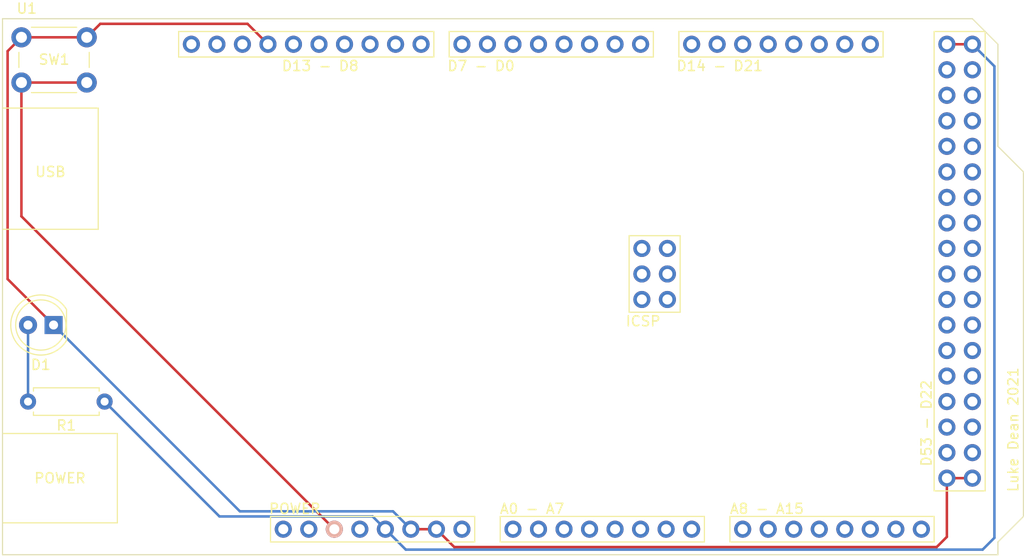
<source format=kicad_pcb>
(kicad_pcb (version 20171130) (host pcbnew "(5.1.6)-1")

  (general
    (thickness 1.6)
    (drawings 10)
    (tracks 29)
    (zones 0)
    (modules 4)
    (nets 81)
  )

  (page A4)
  (layers
    (0 F.Cu signal)
    (31 B.Cu signal)
    (32 B.Adhes user hide)
    (33 F.Adhes user hide)
    (34 B.Paste user)
    (35 F.Paste user)
    (36 B.SilkS user)
    (37 F.SilkS user)
    (38 B.Mask user)
    (39 F.Mask user)
    (40 Dwgs.User user hide)
    (41 Cmts.User user hide)
    (42 Eco1.User user hide)
    (43 Eco2.User user hide)
    (44 Edge.Cuts user)
    (45 Margin user hide)
    (46 B.CrtYd user hide)
    (47 F.CrtYd user hide)
    (48 B.Fab user hide)
    (49 F.Fab user hide)
  )

  (setup
    (last_trace_width 0.25)
    (trace_clearance 0.2)
    (zone_clearance 0.508)
    (zone_45_only no)
    (trace_min 0.2)
    (via_size 0.8)
    (via_drill 0.4)
    (via_min_size 0.4)
    (via_min_drill 0.3)
    (uvia_size 0.3)
    (uvia_drill 0.1)
    (uvias_allowed no)
    (uvia_min_size 0.2)
    (uvia_min_drill 0.1)
    (edge_width 0.05)
    (segment_width 0.2)
    (pcb_text_width 0.3)
    (pcb_text_size 1.5 1.5)
    (mod_edge_width 0.12)
    (mod_text_size 1 1)
    (mod_text_width 0.15)
    (pad_size 1.524 1.524)
    (pad_drill 0.762)
    (pad_to_mask_clearance 0.05)
    (aux_axis_origin 0 0)
    (visible_elements 7FFFFFFF)
    (pcbplotparams
      (layerselection 0x010fc_ffffffff)
      (usegerberextensions false)
      (usegerberattributes true)
      (usegerberadvancedattributes true)
      (creategerberjobfile true)
      (excludeedgelayer true)
      (linewidth 0.100000)
      (plotframeref false)
      (viasonmask false)
      (mode 1)
      (useauxorigin false)
      (hpglpennumber 1)
      (hpglpenspeed 20)
      (hpglpendiameter 15.000000)
      (psnegative false)
      (psa4output false)
      (plotreference true)
      (plotvalue true)
      (plotinvisibletext false)
      (padsonsilk false)
      (subtractmaskfromsilk false)
      (outputformat 1)
      (mirror false)
      (drillshape 1)
      (scaleselection 1)
      (outputdirectory ""))
  )

  (net 0 "")
  (net 1 +5V)
  (net 2 "Net-(U1-Pad63)")
  (net 3 "Net-(U1-Pad59)")
  (net 4 "Net-(U1-Pad52)")
  (net 5 "Net-(U1-Pad67)")
  (net 6 "Net-(U1-Pad65)")
  (net 7 "Net-(U1-Pad64)")
  (net 8 "Net-(U1-Pad53)")
  (net 9 "Net-(U1-Pad56)")
  (net 10 "Net-(U1-Pad60)")
  (net 11 "Net-(U1-Pad66)")
  (net 12 "Net-(U1-Pad58)")
  (net 13 "Net-(U1-Pad62)")
  (net 14 "Net-(U1-Pad57)")
  (net 15 "Net-(U1-Pad55)")
  (net 16 "Net-(U1-Pad54)")
  (net 17 "Net-(U1-Pad61)")
  (net 18 "Net-(U1-Pad80)")
  (net 19 "Net-(U1-Pad78)")
  (net 20 "Net-(U1-Pad79)")
  (net 21 "Net-(U1-Pad76)")
  (net 22 "Net-(U1-Pad77)")
  (net 23 "Net-(U1-Pad74)")
  (net 24 "Net-(U1-Pad75)")
  (net 25 "Net-(U1-Pad72)")
  (net 26 GND)
  (net 27 "Net-(U1-Pad82)")
  (net 28 "Net-(U1-Pad83)")
  (net 29 "Net-(U1-Pad81)")
  (net 30 "Net-(U1-Pad73)")
  (net 31 "Net-(U1-Pad71)")
  (net 32 "Net-(U1-Pad70)")
  (net 33 "Net-(U1-Pad68)")
  (net 34 "Net-(U1-Pad69)")
  (net 35 "Net-(U1-Pad32)")
  (net 36 "Net-(U1-Pad33)")
  (net 37 "Net-(U1-Pad31)")
  (net 38 "Net-(U1-Pad28)")
  (net 39 "Net-(U1-Pad29)")
  (net 40 "Net-(U1-Pad26)")
  (net 41 "Net-(U1-Pad30)")
  (net 42 "Net-(U1-Pad25)")
  (net 43 "Net-(U1-Pad24)")
  (net 44 "Net-(U1-Pad34)")
  (net 45 "Net-(U1-Pad35)")
  (net 46 "Net-(U1-Pad40)")
  (net 47 "Net-(U1-Pad37)")
  (net 48 "Net-(U1-Pad38)")
  (net 49 "Net-(U1-Pad36)")
  (net 50 "Net-(U1-Pad41)")
  (net 51 "Net-(U1-Pad39)")
  (net 52 "Net-(U1-Pad42)")
  (net 53 "Net-(U1-Pad43)")
  (net 54 "Net-(U1-Pad48)")
  (net 55 "Net-(U1-Pad45)")
  (net 56 "Net-(U1-Pad46)")
  (net 57 "Net-(U1-Pad44)")
  (net 58 "Net-(U1-Pad49)")
  (net 59 "Net-(U1-Pad47)")
  (net 60 "Net-(U1-Pad16)")
  (net 61 "Net-(U1-Pad17)")
  (net 62 "Net-(U1-Pad22)")
  (net 63 "Net-(U1-Pad19)")
  (net 64 "Net-(U1-Pad20)")
  (net 65 "Net-(U1-Pad18)")
  (net 66 "Net-(U1-Pad23)")
  (net 67 "Net-(U1-Pad21)")
  (net 68 "Net-(U1-Pad14)")
  (net 69 "Net-(U1-Pad12)")
  (net 70 "Net-(U1-Pad10)")
  (net 71 "Net-(U1-Pad15)")
  (net 72 "Net-(U1-Pad13)")
  (net 73 "Net-(U1-Pad3)")
  (net 74 "Net-(U1-Pad1)")
  (net 75 "Net-(SW1-Pad1)")
  (net 76 "Net-(D1-Pad2)")
  (net 77 /VIN)
  (net 78 /A3)
  (net 79 /A1)
  (net 80 /A0)

  (net_class Default "This is the default net class."
    (clearance 0.2)
    (trace_width 0.25)
    (via_dia 0.8)
    (via_drill 0.4)
    (uvia_dia 0.3)
    (uvia_drill 0.1)
    (add_net +5V)
    (add_net /A0)
    (add_net /A1)
    (add_net /A3)
    (add_net /VIN)
    (add_net GND)
    (add_net "Net-(D1-Pad2)")
    (add_net "Net-(SW1-Pad1)")
    (add_net "Net-(U1-Pad1)")
    (add_net "Net-(U1-Pad10)")
    (add_net "Net-(U1-Pad12)")
    (add_net "Net-(U1-Pad13)")
    (add_net "Net-(U1-Pad14)")
    (add_net "Net-(U1-Pad15)")
    (add_net "Net-(U1-Pad16)")
    (add_net "Net-(U1-Pad17)")
    (add_net "Net-(U1-Pad18)")
    (add_net "Net-(U1-Pad19)")
    (add_net "Net-(U1-Pad20)")
    (add_net "Net-(U1-Pad21)")
    (add_net "Net-(U1-Pad22)")
    (add_net "Net-(U1-Pad23)")
    (add_net "Net-(U1-Pad24)")
    (add_net "Net-(U1-Pad25)")
    (add_net "Net-(U1-Pad26)")
    (add_net "Net-(U1-Pad28)")
    (add_net "Net-(U1-Pad29)")
    (add_net "Net-(U1-Pad3)")
    (add_net "Net-(U1-Pad30)")
    (add_net "Net-(U1-Pad31)")
    (add_net "Net-(U1-Pad32)")
    (add_net "Net-(U1-Pad33)")
    (add_net "Net-(U1-Pad34)")
    (add_net "Net-(U1-Pad35)")
    (add_net "Net-(U1-Pad36)")
    (add_net "Net-(U1-Pad37)")
    (add_net "Net-(U1-Pad38)")
    (add_net "Net-(U1-Pad39)")
    (add_net "Net-(U1-Pad40)")
    (add_net "Net-(U1-Pad41)")
    (add_net "Net-(U1-Pad42)")
    (add_net "Net-(U1-Pad43)")
    (add_net "Net-(U1-Pad44)")
    (add_net "Net-(U1-Pad45)")
    (add_net "Net-(U1-Pad46)")
    (add_net "Net-(U1-Pad47)")
    (add_net "Net-(U1-Pad48)")
    (add_net "Net-(U1-Pad49)")
    (add_net "Net-(U1-Pad52)")
    (add_net "Net-(U1-Pad53)")
    (add_net "Net-(U1-Pad54)")
    (add_net "Net-(U1-Pad55)")
    (add_net "Net-(U1-Pad56)")
    (add_net "Net-(U1-Pad57)")
    (add_net "Net-(U1-Pad58)")
    (add_net "Net-(U1-Pad59)")
    (add_net "Net-(U1-Pad60)")
    (add_net "Net-(U1-Pad61)")
    (add_net "Net-(U1-Pad62)")
    (add_net "Net-(U1-Pad63)")
    (add_net "Net-(U1-Pad64)")
    (add_net "Net-(U1-Pad65)")
    (add_net "Net-(U1-Pad66)")
    (add_net "Net-(U1-Pad67)")
    (add_net "Net-(U1-Pad68)")
    (add_net "Net-(U1-Pad69)")
    (add_net "Net-(U1-Pad70)")
    (add_net "Net-(U1-Pad71)")
    (add_net "Net-(U1-Pad72)")
    (add_net "Net-(U1-Pad73)")
    (add_net "Net-(U1-Pad74)")
    (add_net "Net-(U1-Pad75)")
    (add_net "Net-(U1-Pad76)")
    (add_net "Net-(U1-Pad77)")
    (add_net "Net-(U1-Pad78)")
    (add_net "Net-(U1-Pad79)")
    (add_net "Net-(U1-Pad80)")
    (add_net "Net-(U1-Pad81)")
    (add_net "Net-(U1-Pad82)")
    (add_net "Net-(U1-Pad83)")
  )

  (module arduino_mega_shield:basic_shield (layer F.Cu) (tedit 615FC4D8) (tstamp 615FC7FC)
    (at 101.6 127)
    (path /6161419D)
    (fp_text reference U1 (at 2.413 -54.356) (layer F.SilkS)
      (effects (font (size 1 1) (thickness 0.15)))
    )
    (fp_text value basic_shield (at 11.811 -54.356) (layer F.Fab)
      (effects (font (size 1 1) (thickness 0.15)))
    )
    (fp_line (start 67.437 -24.13) (end 62.357 -24.13) (layer F.SilkS) (width 0.12))
    (fp_line (start 67.437 -31.75) (end 67.437 -24.13) (layer F.SilkS) (width 0.12))
    (fp_line (start 62.357 -31.75) (end 67.437 -31.75) (layer F.SilkS) (width 0.12))
    (fp_line (start 62.357 -24.13) (end 62.357 -31.75) (layer F.SilkS) (width 0.12))
    (fp_line (start 9.525 -44.45) (end 0 -44.45) (layer F.SilkS) (width 0.12))
    (fp_line (start 9.525 -32.385) (end 9.525 -44.45) (layer F.SilkS) (width 0.12))
    (fp_line (start 0 -32.385) (end 9.525 -32.385) (layer F.SilkS) (width 0.12))
    (fp_line (start 11.43 -12.065) (end 0 -12.065) (layer F.SilkS) (width 0.12))
    (fp_line (start 11.43 -3.175) (end 11.43 -12.065) (layer F.SilkS) (width 0.12))
    (fp_line (start 0 -3.175) (end 11.43 -3.175) (layer F.SilkS) (width 0.12))
    (fp_line (start 0 -53.34) (end 0 0) (layer F.SilkS) (width 0.12))
    (fp_line (start 96.52 -53.34) (end 0 -53.34) (layer F.SilkS) (width 0.12))
    (fp_line (start 99.06 -50.8) (end 96.52 -53.34) (layer F.SilkS) (width 0.12))
    (fp_line (start 99.06 -40.64) (end 99.06 -50.8) (layer F.SilkS) (width 0.12))
    (fp_line (start 101.6 -38.1) (end 99.06 -40.64) (layer F.SilkS) (width 0.12))
    (fp_line (start 101.6 -3.81) (end 101.6 -38.1) (layer F.SilkS) (width 0.12))
    (fp_line (start 99.06 -1.27) (end 101.6 -3.81) (layer F.SilkS) (width 0.12))
    (fp_line (start 99.06 0) (end 99.06 -1.27) (layer F.SilkS) (width 0.12))
    (fp_line (start 0 0) (end 99.06 0) (layer F.SilkS) (width 0.12))
    (fp_line (start 26.67 -3.81) (end 26.67 -1.27) (layer F.SilkS) (width 0.12))
    (fp_line (start 26.67 -1.27) (end 46.99 -1.27) (layer F.SilkS) (width 0.12))
    (fp_line (start 46.99 -1.27) (end 46.99 -3.81) (layer F.SilkS) (width 0.12))
    (fp_line (start 46.99 -3.81) (end 26.67 -3.81) (layer F.SilkS) (width 0.12))
    (fp_line (start 49.53 -1.27) (end 69.85 -1.27) (layer F.SilkS) (width 0.12))
    (fp_line (start 49.53 -3.81) (end 49.53 -1.27) (layer F.SilkS) (width 0.12))
    (fp_line (start 69.85 -3.81) (end 49.53 -3.81) (layer F.SilkS) (width 0.12))
    (fp_line (start 69.85 -1.27) (end 69.85 -3.81) (layer F.SilkS) (width 0.12))
    (fp_line (start 72.39 -1.27) (end 92.71 -1.27) (layer F.SilkS) (width 0.12))
    (fp_line (start 72.39 -3.81) (end 72.39 -1.27) (layer F.SilkS) (width 0.12))
    (fp_line (start 92.71 -3.81) (end 72.39 -3.81) (layer F.SilkS) (width 0.12))
    (fp_line (start 92.71 -1.27) (end 92.71 -3.81) (layer F.SilkS) (width 0.12))
    (fp_line (start 67.31 -49.53) (end 87.63 -49.53) (layer F.SilkS) (width 0.12))
    (fp_line (start 67.31 -52.07) (end 67.31 -49.53) (layer F.SilkS) (width 0.12))
    (fp_line (start 87.63 -52.07) (end 67.31 -52.07) (layer F.SilkS) (width 0.12))
    (fp_line (start 87.63 -49.53) (end 87.63 -52.07) (layer F.SilkS) (width 0.12))
    (fp_line (start 44.45 -49.53) (end 64.77 -49.53) (layer F.SilkS) (width 0.12))
    (fp_line (start 44.45 -52.07) (end 44.45 -49.53) (layer F.SilkS) (width 0.12))
    (fp_line (start 64.77 -52.07) (end 44.45 -52.07) (layer F.SilkS) (width 0.12))
    (fp_line (start 64.77 -49.53) (end 64.77 -52.07) (layer F.SilkS) (width 0.12))
    (fp_line (start 42.926 -49.53) (end 42.926 -52.07) (layer F.SilkS) (width 0.12))
    (fp_line (start 17.526 -52.07) (end 17.526 -49.53) (layer F.SilkS) (width 0.12))
    (fp_line (start 42.926 -52.07) (end 17.526 -52.07) (layer F.SilkS) (width 0.12))
    (fp_line (start 17.526 -49.53) (end 42.926 -49.53) (layer F.SilkS) (width 0.12))
    (fp_line (start 92.71 -52.07) (end 97.79 -52.07) (layer F.SilkS) (width 0.12))
    (fp_line (start 97.79 -52.07) (end 97.79 -6.35) (layer F.SilkS) (width 0.12))
    (fp_line (start 97.79 -6.35) (end 92.71 -6.35) (layer F.SilkS) (width 0.12))
    (fp_line (start 92.71 -6.35) (end 92.71 -52.07) (layer F.SilkS) (width 0.12))
    (fp_text user USB (at 4.7625 -38.1) (layer F.SilkS)
      (effects (font (size 1 1) (thickness 0.15)))
    )
    (fp_text user POWER (at 5.715 -7.62) (layer F.SilkS)
      (effects (font (size 1 1) (thickness 0.15)))
    )
    (fp_text user ICSP (at 63.754 -23.241) (layer F.SilkS)
      (effects (font (size 1 1) (thickness 0.15)))
    )
    (fp_text user POWER (at 29.083 -4.572) (layer F.SilkS)
      (effects (font (size 1 1) (thickness 0.15)))
    )
    (fp_text user "A0 - A7" (at 52.705 -4.572) (layer F.SilkS)
      (effects (font (size 1 1) (thickness 0.15)))
    )
    (fp_text user "A8 - A15" (at 76.073 -4.572) (layer F.SilkS)
      (effects (font (size 1 1) (thickness 0.15)))
    )
    (fp_text user "D53 - D22" (at 91.948 -13.081 90) (layer F.SilkS)
      (effects (font (size 1 1) (thickness 0.15)))
    )
    (fp_text user "D14 - D21" (at 71.374 -48.641) (layer F.SilkS)
      (effects (font (size 1 1) (thickness 0.15)))
    )
    (fp_text user "D7 - D0" (at 47.625 -48.641) (layer F.SilkS)
      (effects (font (size 1 1) (thickness 0.15)))
    )
    (fp_text user "D13 - D8" (at 31.623 -48.641) (layer F.SilkS)
      (effects (font (size 1 1) (thickness 0.15)))
    )
    (pad 4 thru_hole oval (at 38.1 -2.54 90) (size 1.7 1.7) (drill 1) (layers *.Cu *.Mask)
      (net 1 +5V))
    (pad 1 thru_hole oval (at 30.48 -2.54 90) (size 1.7 1.7) (drill 1) (layers *.Cu *.Mask)
      (net 74 "Net-(U1-Pad1)"))
    (pad "" thru_hole circle (at 27.94 -2.54 90) (size 1.7 1.7) (drill 1) (layers *.Cu *.Mask))
    (pad 7 thru_hole oval (at 45.72 -2.54 90) (size 1.7 1.7) (drill 1) (layers *.Cu *.Mask)
      (net 77 /VIN))
    (pad 5 thru_hole oval (at 40.64 -2.54 90) (size 1.7 1.7) (drill 1) (layers *.Cu *.Mask)
      (net 26 GND))
    (pad 6 thru_hole oval (at 43.18 -2.54 90) (size 1.7 1.7) (drill 1) (layers *.Cu *.Mask)
      (net 26 GND))
    (pad 3 thru_hole oval (at 35.56 -2.54 90) (size 1.7 1.7) (drill 1) (layers *.Cu *.Mask)
      (net 73 "Net-(U1-Pad3)"))
    (pad 2 thru_hole oval (at 33.02 -2.54 90) (size 1.7 1.7) (drill 1) (layers *.Cu *.Mask B.SilkS)
      (net 75 "Net-(SW1-Pad1)"))
    (pad 13 thru_hole oval (at 63.5 -2.54 90) (size 1.7 1.7) (drill 1) (layers *.Cu *.Mask)
      (net 72 "Net-(U1-Pad13)"))
    (pad 15 thru_hole oval (at 68.58 -2.54 90) (size 1.7 1.7) (drill 1) (layers *.Cu *.Mask)
      (net 71 "Net-(U1-Pad15)"))
    (pad 10 thru_hole oval (at 55.88 -2.54 90) (size 1.7 1.7) (drill 1) (layers *.Cu *.Mask)
      (net 70 "Net-(U1-Pad10)"))
    (pad 12 thru_hole oval (at 60.96 -2.54 90) (size 1.7 1.7) (drill 1) (layers *.Cu *.Mask)
      (net 69 "Net-(U1-Pad12)"))
    (pad 11 thru_hole oval (at 58.42 -2.54 90) (size 1.7 1.7) (drill 1) (layers *.Cu *.Mask)
      (net 78 /A3))
    (pad 14 thru_hole oval (at 66.04 -2.54 90) (size 1.7 1.7) (drill 1) (layers *.Cu *.Mask)
      (net 68 "Net-(U1-Pad14)"))
    (pad 9 thru_hole oval (at 53.34 -2.54 90) (size 1.7 1.7) (drill 1) (layers *.Cu *.Mask)
      (net 79 /A1))
    (pad 8 thru_hole circle (at 50.8 -2.54 90) (size 1.7 1.7) (drill 1) (layers *.Cu *.Mask)
      (net 80 /A0))
    (pad 21 thru_hole oval (at 86.36 -2.54 90) (size 1.7 1.7) (drill 1) (layers *.Cu *.Mask)
      (net 67 "Net-(U1-Pad21)"))
    (pad 23 thru_hole oval (at 91.44 -2.54 90) (size 1.7 1.7) (drill 1) (layers *.Cu *.Mask)
      (net 66 "Net-(U1-Pad23)"))
    (pad 18 thru_hole oval (at 78.74 -2.54 90) (size 1.7 1.7) (drill 1) (layers *.Cu *.Mask)
      (net 65 "Net-(U1-Pad18)"))
    (pad 20 thru_hole oval (at 83.82 -2.54 90) (size 1.7 1.7) (drill 1) (layers *.Cu *.Mask)
      (net 64 "Net-(U1-Pad20)"))
    (pad 19 thru_hole oval (at 81.28 -2.54 90) (size 1.7 1.7) (drill 1) (layers *.Cu *.Mask)
      (net 63 "Net-(U1-Pad19)"))
    (pad 22 thru_hole oval (at 88.9 -2.54 90) (size 1.7 1.7) (drill 1) (layers *.Cu *.Mask)
      (net 62 "Net-(U1-Pad22)"))
    (pad 17 thru_hole oval (at 76.2 -2.54 90) (size 1.7 1.7) (drill 1) (layers *.Cu *.Mask)
      (net 61 "Net-(U1-Pad17)"))
    (pad 16 thru_hole circle (at 73.66 -2.54 90) (size 1.7 1.7) (drill 1) (layers *.Cu *.Mask)
      (net 60 "Net-(U1-Pad16)"))
    (pad 47 thru_hole oval (at 81.28 -50.8 90) (size 1.7 1.7) (drill 1) (layers *.Cu *.Mask)
      (net 59 "Net-(U1-Pad47)"))
    (pad 49 thru_hole oval (at 86.36 -50.8 90) (size 1.7 1.7) (drill 1) (layers *.Cu *.Mask)
      (net 58 "Net-(U1-Pad49)"))
    (pad 44 thru_hole oval (at 73.66 -50.8 90) (size 1.7 1.7) (drill 1) (layers *.Cu *.Mask)
      (net 57 "Net-(U1-Pad44)"))
    (pad 46 thru_hole oval (at 78.74 -50.8 90) (size 1.7 1.7) (drill 1) (layers *.Cu *.Mask)
      (net 56 "Net-(U1-Pad46)"))
    (pad 45 thru_hole oval (at 76.2 -50.8 90) (size 1.7 1.7) (drill 1) (layers *.Cu *.Mask)
      (net 55 "Net-(U1-Pad45)"))
    (pad 48 thru_hole oval (at 83.82 -50.8 90) (size 1.7 1.7) (drill 1) (layers *.Cu *.Mask)
      (net 54 "Net-(U1-Pad48)"))
    (pad 43 thru_hole oval (at 71.12 -50.8 90) (size 1.7 1.7) (drill 1) (layers *.Cu *.Mask)
      (net 53 "Net-(U1-Pad43)"))
    (pad 42 thru_hole circle (at 68.58 -50.8 90) (size 1.7 1.7) (drill 1) (layers *.Cu *.Mask)
      (net 52 "Net-(U1-Pad42)"))
    (pad 39 thru_hole oval (at 58.42 -50.8 90) (size 1.7 1.7) (drill 1) (layers *.Cu *.Mask)
      (net 51 "Net-(U1-Pad39)"))
    (pad 41 thru_hole oval (at 63.5 -50.8 90) (size 1.7 1.7) (drill 1) (layers *.Cu *.Mask)
      (net 50 "Net-(U1-Pad41)"))
    (pad 36 thru_hole oval (at 50.8 -50.8 90) (size 1.7 1.7) (drill 1) (layers *.Cu *.Mask)
      (net 49 "Net-(U1-Pad36)"))
    (pad 38 thru_hole oval (at 55.88 -50.8 90) (size 1.7 1.7) (drill 1) (layers *.Cu *.Mask)
      (net 48 "Net-(U1-Pad38)"))
    (pad 37 thru_hole oval (at 53.34 -50.8 90) (size 1.7 1.7) (drill 1) (layers *.Cu *.Mask)
      (net 47 "Net-(U1-Pad37)"))
    (pad 40 thru_hole oval (at 60.96 -50.8 90) (size 1.7 1.7) (drill 1) (layers *.Cu *.Mask)
      (net 46 "Net-(U1-Pad40)"))
    (pad 35 thru_hole oval (at 48.26 -50.8 90) (size 1.7 1.7) (drill 1) (layers *.Cu *.Mask B.Paste)
      (net 45 "Net-(U1-Pad35)"))
    (pad 34 thru_hole circle (at 45.72 -50.8 90) (size 1.7 1.7) (drill 1) (layers *.Cu *.Mask)
      (net 44 "Net-(U1-Pad34)"))
    (pad 24 thru_hole circle (at 18.796 -50.8 90) (size 1.7 1.7) (drill 1) (layers *.Cu *.Mask)
      (net 43 "Net-(U1-Pad24)"))
    (pad 25 thru_hole circle (at 21.336 -50.8 90) (size 1.7 1.7) (drill 1) (layers *.Cu *.Mask)
      (net 42 "Net-(U1-Pad25)"))
    (pad 30 thru_hole oval (at 34.036 -50.8 90) (size 1.7 1.7) (drill 1) (layers *.Cu *.Mask)
      (net 41 "Net-(U1-Pad30)"))
    (pad 26 thru_hole circle (at 23.876 -50.8 90) (size 1.7 1.7) (drill 1) (layers *.Cu *.Mask)
      (net 40 "Net-(U1-Pad26)"))
    (pad 29 thru_hole oval (at 31.496 -50.8 90) (size 1.7 1.7) (drill 1) (layers *.Cu *.Mask)
      (net 39 "Net-(U1-Pad29)"))
    (pad 28 thru_hole oval (at 28.956 -50.8 90) (size 1.7 1.7) (drill 1) (layers *.Cu *.Mask)
      (net 38 "Net-(U1-Pad28)"))
    (pad 31 thru_hole oval (at 36.576 -50.8 90) (size 1.7 1.7) (drill 1) (layers *.Cu *.Mask)
      (net 37 "Net-(U1-Pad31)"))
    (pad 33 thru_hole oval (at 41.656 -50.8 90) (size 1.7 1.7) (drill 1) (layers *.Cu *.Mask)
      (net 36 "Net-(U1-Pad33)"))
    (pad 27 thru_hole oval (at 26.416 -50.8 90) (size 1.7 1.7) (drill 1) (layers *.Cu *.Mask)
      (net 26 GND))
    (pad 32 thru_hole oval (at 39.116 -50.8 90) (size 1.7 1.7) (drill 1) (layers *.Cu *.Mask)
      (net 35 "Net-(U1-Pad32)"))
    (pad 69 thru_hole oval (at 96.52 -27.94 90) (size 1.7 1.7) (drill 1) (layers *.Cu *.Mask)
      (net 34 "Net-(U1-Pad69)"))
    (pad 68 thru_hole circle (at 93.98 -27.94 90) (size 1.7 1.7) (drill 1) (layers *.Cu *.Mask)
      (net 33 "Net-(U1-Pad68)"))
    (pad 70 thru_hole circle (at 93.98 -25.4 90) (size 1.7 1.7) (drill 1) (layers *.Cu *.Mask)
      (net 32 "Net-(U1-Pad70)"))
    (pad 71 thru_hole oval (at 96.52 -25.4 90) (size 1.7 1.7) (drill 1) (layers *.Cu *.Mask)
      (net 31 "Net-(U1-Pad71)"))
    (pad 73 thru_hole oval (at 96.52 -22.86 90) (size 1.7 1.7) (drill 1) (layers *.Cu *.Mask)
      (net 30 "Net-(U1-Pad73)"))
    (pad 81 thru_hole oval (at 96.52 -12.7 90) (size 1.7 1.7) (drill 1) (layers *.Cu *.Mask)
      (net 29 "Net-(U1-Pad81)"))
    (pad 85 thru_hole oval (at 96.52 -7.62 90) (size 1.7 1.7) (drill 1) (layers *.Cu *.Mask)
      (net 26 GND))
    (pad 83 thru_hole oval (at 96.52 -10.16 90) (size 1.7 1.7) (drill 1) (layers *.Cu *.Mask)
      (net 28 "Net-(U1-Pad83)"))
    (pad 82 thru_hole circle (at 93.98 -10.16 90) (size 1.7 1.7) (drill 1) (layers *.Cu *.Mask)
      (net 27 "Net-(U1-Pad82)"))
    (pad 84 thru_hole circle (at 93.98 -7.62 90) (size 1.7 1.7) (drill 1) (layers *.Cu *.Mask)
      (net 26 GND))
    (pad 72 thru_hole circle (at 93.98 -22.86 90) (size 1.7 1.7) (drill 1) (layers *.Cu *.Mask)
      (net 25 "Net-(U1-Pad72)"))
    (pad 75 thru_hole oval (at 96.52 -20.32 90) (size 1.7 1.7) (drill 1) (layers *.Cu *.Mask)
      (net 24 "Net-(U1-Pad75)"))
    (pad 74 thru_hole circle (at 93.98 -20.32 90) (size 1.7 1.7) (drill 1) (layers *.Cu *.Mask)
      (net 23 "Net-(U1-Pad74)"))
    (pad 77 thru_hole oval (at 96.52 -17.78 90) (size 1.7 1.7) (drill 1) (layers *.Cu *.Mask)
      (net 22 "Net-(U1-Pad77)"))
    (pad 76 thru_hole circle (at 93.98 -17.78 90) (size 1.7 1.7) (drill 1) (layers *.Cu *.Mask)
      (net 21 "Net-(U1-Pad76)"))
    (pad 79 thru_hole oval (at 96.52 -15.24 90) (size 1.7 1.7) (drill 1) (layers *.Cu *.Mask)
      (net 20 "Net-(U1-Pad79)"))
    (pad 78 thru_hole circle (at 93.98 -15.24 90) (size 1.7 1.7) (drill 1) (layers *.Cu *.Mask)
      (net 19 "Net-(U1-Pad78)"))
    (pad 80 thru_hole circle (at 93.98 -12.7 90) (size 1.7 1.7) (drill 1) (layers *.Cu *.Mask)
      (net 18 "Net-(U1-Pad80)"))
    (pad 61 thru_hole oval (at 96.52 -38.1 90) (size 1.7 1.7) (drill 1) (layers *.Cu *.Mask)
      (net 17 "Net-(U1-Pad61)"))
    (pad 54 thru_hole circle (at 93.98 -45.72 90) (size 1.7 1.7) (drill 1) (layers *.Cu *.Mask)
      (net 16 "Net-(U1-Pad54)"))
    (pad 55 thru_hole oval (at 96.52 -45.72 90) (size 1.7 1.7) (drill 1) (layers *.Cu *.Mask)
      (net 15 "Net-(U1-Pad55)"))
    (pad 57 thru_hole oval (at 96.52 -43.18 90) (size 1.7 1.7) (drill 1) (layers *.Cu *.Mask)
      (net 14 "Net-(U1-Pad57)"))
    (pad 62 thru_hole circle (at 93.98 -35.56 90) (size 1.7 1.7) (drill 1) (layers *.Cu *.Mask)
      (net 13 "Net-(U1-Pad62)"))
    (pad 58 thru_hole circle (at 93.98 -40.64 90) (size 1.7 1.7) (drill 1) (layers *.Cu *.Mask)
      (net 12 "Net-(U1-Pad58)"))
    (pad 66 thru_hole circle (at 93.98 -30.48 90) (size 1.7 1.7) (drill 1) (layers *.Cu *.Mask)
      (net 11 "Net-(U1-Pad66)"))
    (pad 60 thru_hole circle (at 93.98 -38.1 90) (size 1.7 1.7) (drill 1) (layers *.Cu *.Mask)
      (net 10 "Net-(U1-Pad60)"))
    (pad 56 thru_hole circle (at 93.98 -43.18 90) (size 1.7 1.7) (drill 1) (layers *.Cu *.Mask)
      (net 9 "Net-(U1-Pad56)"))
    (pad 50 thru_hole circle (at 93.98 -50.8 90) (size 1.7 1.7) (drill 1) (layers *.Cu *.Mask)
      (net 1 +5V))
    (pad 53 thru_hole oval (at 96.52 -48.26 90) (size 1.7 1.7) (drill 1) (layers *.Cu *.Mask)
      (net 8 "Net-(U1-Pad53)"))
    (pad 64 thru_hole circle (at 93.98 -33.02 90) (size 1.7 1.7) (drill 1) (layers *.Cu *.Mask)
      (net 7 "Net-(U1-Pad64)"))
    (pad 65 thru_hole oval (at 96.52 -33.02 90) (size 1.7 1.7) (drill 1) (layers *.Cu *.Mask)
      (net 6 "Net-(U1-Pad65)"))
    (pad 67 thru_hole oval (at 96.52 -30.48 90) (size 1.7 1.7) (drill 1) (layers *.Cu *.Mask)
      (net 5 "Net-(U1-Pad67)"))
    (pad 52 thru_hole circle (at 93.98 -48.26 90) (size 1.7 1.7) (drill 1) (layers *.Cu *.Mask)
      (net 4 "Net-(U1-Pad52)"))
    (pad 59 thru_hole oval (at 96.52 -40.64 90) (size 1.7 1.7) (drill 1) (layers *.Cu *.Mask)
      (net 3 "Net-(U1-Pad59)"))
    (pad 63 thru_hole oval (at 96.52 -35.56 90) (size 1.7 1.7) (drill 1) (layers *.Cu *.Mask)
      (net 2 "Net-(U1-Pad63)"))
    (pad 51 thru_hole oval (at 96.52 -50.8 90) (size 1.7 1.7) (drill 1) (layers *.Cu *.Mask)
      (net 1 +5V))
    (pad "" np_thru_hole circle (at 13.97 -2.54 90) (size 3.175 3.175) (drill 3.175) (layers *.Cu *.Mask))
    (pad "" np_thru_hole circle (at 66.04 -7.62 90) (size 3.175 3.175) (drill 3.175) (layers *.Cu *.Mask))
    (pad "" np_thru_hole circle (at 66.04 -35.56 90) (size 3.175 3.175) (drill 3.175) (layers *.Cu *.Mask))
    (pad "" np_thru_hole circle (at 96.52 -2.54 90) (size 3.175 3.175) (drill 3.175) (layers *.Cu *.Mask))
    (pad "" np_thru_hole circle (at 90.17 -50.8 90) (size 3.175 3.175) (drill 3.175) (layers *.Cu *.Mask))
    (pad "" np_thru_hole circle (at 15.24 -50.8 90) (size 3.175 3.175) (drill 3.175) (layers *.Cu *.Mask))
    (pad "" thru_hole oval (at 66.167 -30.48 90) (size 1.7 1.7) (drill 1) (layers *.Cu *.Mask))
    (pad "" thru_hole oval (at 63.627 -30.48 90) (size 1.7 1.7) (drill 1) (layers *.Cu *.Mask))
    (pad "" thru_hole oval (at 66.167 -27.94 90) (size 1.7 1.7) (drill 1) (layers *.Cu *.Mask))
    (pad "" thru_hole oval (at 63.627 -27.94 90) (size 1.7 1.7) (drill 1) (layers *.Cu *.Mask))
    (pad "" thru_hole oval (at 63.627 -25.4 90) (size 1.7 1.7) (drill 1) (layers *.Cu *.Mask))
    (pad "" thru_hole oval (at 66.167 -25.4 90) (size 1.7 1.7) (drill 1) (layers *.Cu *.Mask))
  )

  (module Resistor_THT:R_Axial_DIN0207_L6.3mm_D2.5mm_P7.62mm_Horizontal (layer F.Cu) (tedit 5AE5139B) (tstamp 61613DA3)
    (at 111.76 111.76 180)
    (descr "Resistor, Axial_DIN0207 series, Axial, Horizontal, pin pitch=7.62mm, 0.25W = 1/4W, length*diameter=6.3*2.5mm^2, http://cdn-reichelt.de/documents/datenblatt/B400/1_4W%23YAG.pdf")
    (tags "Resistor Axial_DIN0207 series Axial Horizontal pin pitch 7.62mm 0.25W = 1/4W length 6.3mm diameter 2.5mm")
    (path /61629D67)
    (fp_text reference R1 (at 3.81 -2.37) (layer F.SilkS)
      (effects (font (size 1 1) (thickness 0.15)))
    )
    (fp_text value R (at 3.81 2.37) (layer F.Fab)
      (effects (font (size 1 1) (thickness 0.15)))
    )
    (fp_line (start 8.67 -1.5) (end -1.05 -1.5) (layer F.CrtYd) (width 0.05))
    (fp_line (start 8.67 1.5) (end 8.67 -1.5) (layer F.CrtYd) (width 0.05))
    (fp_line (start -1.05 1.5) (end 8.67 1.5) (layer F.CrtYd) (width 0.05))
    (fp_line (start -1.05 -1.5) (end -1.05 1.5) (layer F.CrtYd) (width 0.05))
    (fp_line (start 7.08 1.37) (end 7.08 1.04) (layer F.SilkS) (width 0.12))
    (fp_line (start 0.54 1.37) (end 7.08 1.37) (layer F.SilkS) (width 0.12))
    (fp_line (start 0.54 1.04) (end 0.54 1.37) (layer F.SilkS) (width 0.12))
    (fp_line (start 7.08 -1.37) (end 7.08 -1.04) (layer F.SilkS) (width 0.12))
    (fp_line (start 0.54 -1.37) (end 7.08 -1.37) (layer F.SilkS) (width 0.12))
    (fp_line (start 0.54 -1.04) (end 0.54 -1.37) (layer F.SilkS) (width 0.12))
    (fp_line (start 7.62 0) (end 6.96 0) (layer F.Fab) (width 0.1))
    (fp_line (start 0 0) (end 0.66 0) (layer F.Fab) (width 0.1))
    (fp_line (start 6.96 -1.25) (end 0.66 -1.25) (layer F.Fab) (width 0.1))
    (fp_line (start 6.96 1.25) (end 6.96 -1.25) (layer F.Fab) (width 0.1))
    (fp_line (start 0.66 1.25) (end 6.96 1.25) (layer F.Fab) (width 0.1))
    (fp_line (start 0.66 -1.25) (end 0.66 1.25) (layer F.Fab) (width 0.1))
    (fp_text user %R (at 3.81 0) (layer F.Fab)
      (effects (font (size 1 1) (thickness 0.15)))
    )
    (pad 2 thru_hole oval (at 7.62 0 180) (size 1.6 1.6) (drill 0.8) (layers *.Cu *.Mask)
      (net 76 "Net-(D1-Pad2)"))
    (pad 1 thru_hole circle (at 0 0 180) (size 1.6 1.6) (drill 0.8) (layers *.Cu *.Mask)
      (net 1 +5V))
    (model ${KISYS3DMOD}/Resistor_THT.3dshapes/R_Axial_DIN0207_L6.3mm_D2.5mm_P7.62mm_Horizontal.wrl
      (at (xyz 0 0 0))
      (scale (xyz 1 1 1))
      (rotate (xyz 0 0 0))
    )
  )

  (module LED_THT:LED_D5.0mm (layer F.Cu) (tedit 5995936A) (tstamp 616136F8)
    (at 106.68 104.14 180)
    (descr "LED, diameter 5.0mm, 2 pins, http://cdn-reichelt.de/documents/datenblatt/A500/LL-504BC2E-009.pdf")
    (tags "LED diameter 5.0mm 2 pins")
    (path /6162A463)
    (fp_text reference D1 (at 1.27 -3.96) (layer F.SilkS)
      (effects (font (size 1 1) (thickness 0.15)))
    )
    (fp_text value LED (at 1.27 3.96) (layer F.Fab)
      (effects (font (size 1 1) (thickness 0.15)))
    )
    (fp_line (start 4.5 -3.25) (end -1.95 -3.25) (layer F.CrtYd) (width 0.05))
    (fp_line (start 4.5 3.25) (end 4.5 -3.25) (layer F.CrtYd) (width 0.05))
    (fp_line (start -1.95 3.25) (end 4.5 3.25) (layer F.CrtYd) (width 0.05))
    (fp_line (start -1.95 -3.25) (end -1.95 3.25) (layer F.CrtYd) (width 0.05))
    (fp_line (start -1.29 -1.545) (end -1.29 1.545) (layer F.SilkS) (width 0.12))
    (fp_line (start -1.23 -1.469694) (end -1.23 1.469694) (layer F.Fab) (width 0.1))
    (fp_circle (center 1.27 0) (end 3.77 0) (layer F.SilkS) (width 0.12))
    (fp_circle (center 1.27 0) (end 3.77 0) (layer F.Fab) (width 0.1))
    (fp_text user %R (at 1.25 0) (layer F.Fab)
      (effects (font (size 0.8 0.8) (thickness 0.2)))
    )
    (fp_arc (start 1.27 0) (end -1.29 1.54483) (angle -148.9) (layer F.SilkS) (width 0.12))
    (fp_arc (start 1.27 0) (end -1.29 -1.54483) (angle 148.9) (layer F.SilkS) (width 0.12))
    (fp_arc (start 1.27 0) (end -1.23 -1.469694) (angle 299.1) (layer F.Fab) (width 0.1))
    (pad 2 thru_hole circle (at 2.54 0 180) (size 1.8 1.8) (drill 0.9) (layers *.Cu *.Mask)
      (net 76 "Net-(D1-Pad2)"))
    (pad 1 thru_hole rect (at 0 0 180) (size 1.8 1.8) (drill 0.9) (layers *.Cu *.Mask)
      (net 26 GND))
    (model ${KISYS3DMOD}/LED_THT.3dshapes/LED_D5.0mm.wrl
      (at (xyz 0 0 0))
      (scale (xyz 1 1 1))
      (rotate (xyz 0 0 0))
    )
  )

  (module Button_Switch_THT:SW_PUSH_6mm (layer F.Cu) (tedit 5A02FE31) (tstamp 6160CE66)
    (at 109.982 80.01 180)
    (descr https://www.omron.com/ecb/products/pdf/en-b3f.pdf)
    (tags "tact sw push 6mm")
    (path /6161EE6E)
    (fp_text reference SW1 (at 3.25 2.286) (layer F.SilkS)
      (effects (font (size 1 1) (thickness 0.15)))
    )
    (fp_text value SW_Push (at 3.75 6.7) (layer F.Fab)
      (effects (font (size 1 1) (thickness 0.15)))
    )
    (fp_line (start 3.25 -0.75) (end 6.25 -0.75) (layer F.Fab) (width 0.1))
    (fp_line (start 6.25 -0.75) (end 6.25 5.25) (layer F.Fab) (width 0.1))
    (fp_line (start 6.25 5.25) (end 0.25 5.25) (layer F.Fab) (width 0.1))
    (fp_line (start 0.25 5.25) (end 0.25 -0.75) (layer F.Fab) (width 0.1))
    (fp_line (start 0.25 -0.75) (end 3.25 -0.75) (layer F.Fab) (width 0.1))
    (fp_line (start 7.75 6) (end 8 6) (layer F.CrtYd) (width 0.05))
    (fp_line (start 8 6) (end 8 5.75) (layer F.CrtYd) (width 0.05))
    (fp_line (start 7.75 -1.5) (end 8 -1.5) (layer F.CrtYd) (width 0.05))
    (fp_line (start 8 -1.5) (end 8 -1.25) (layer F.CrtYd) (width 0.05))
    (fp_line (start -1.5 -1.25) (end -1.5 -1.5) (layer F.CrtYd) (width 0.05))
    (fp_line (start -1.5 -1.5) (end -1.25 -1.5) (layer F.CrtYd) (width 0.05))
    (fp_line (start -1.5 5.75) (end -1.5 6) (layer F.CrtYd) (width 0.05))
    (fp_line (start -1.5 6) (end -1.25 6) (layer F.CrtYd) (width 0.05))
    (fp_line (start -1.25 -1.5) (end 7.75 -1.5) (layer F.CrtYd) (width 0.05))
    (fp_line (start -1.5 5.75) (end -1.5 -1.25) (layer F.CrtYd) (width 0.05))
    (fp_line (start 7.75 6) (end -1.25 6) (layer F.CrtYd) (width 0.05))
    (fp_line (start 8 -1.25) (end 8 5.75) (layer F.CrtYd) (width 0.05))
    (fp_line (start 1 5.5) (end 5.5 5.5) (layer F.SilkS) (width 0.12))
    (fp_line (start -0.25 1.5) (end -0.25 3) (layer F.SilkS) (width 0.12))
    (fp_line (start 5.5 -1) (end 1 -1) (layer F.SilkS) (width 0.12))
    (fp_line (start 6.75 3) (end 6.75 1.5) (layer F.SilkS) (width 0.12))
    (fp_circle (center 3.25 2.25) (end 1.25 2.5) (layer F.Fab) (width 0.1))
    (fp_text user %R (at 3.25 2.25) (layer F.Fab)
      (effects (font (size 1 1) (thickness 0.15)))
    )
    (pad 1 thru_hole circle (at 6.5 0 270) (size 2 2) (drill 1.1) (layers *.Cu *.Mask)
      (net 75 "Net-(SW1-Pad1)"))
    (pad 2 thru_hole circle (at 6.5 4.5 270) (size 2 2) (drill 1.1) (layers *.Cu *.Mask)
      (net 26 GND))
    (pad 1 thru_hole circle (at 0 0 270) (size 2 2) (drill 1.1) (layers *.Cu *.Mask)
      (net 75 "Net-(SW1-Pad1)"))
    (pad 2 thru_hole circle (at 0 4.5 270) (size 2 2) (drill 1.1) (layers *.Cu *.Mask)
      (net 26 GND))
    (model ${KISYS3DMOD}/Button_Switch_THT.3dshapes/SW_PUSH_6mm.wrl
      (at (xyz 0 0 0))
      (scale (xyz 1 1 1))
      (rotate (xyz 0 0 0))
    )
  )

  (gr_line (start 101.6 73.66) (end 101.6 127) (layer Edge.Cuts) (width 0.05) (tstamp 6161294B))
  (gr_line (start 198.12 73.66) (end 101.6 73.66) (layer Edge.Cuts) (width 0.05))
  (gr_line (start 200.66 76.2) (end 198.12 73.66) (layer Edge.Cuts) (width 0.05))
  (gr_line (start 200.66 86.36) (end 200.66 76.2) (layer Edge.Cuts) (width 0.05))
  (gr_line (start 203.2 88.9) (end 200.66 86.36) (layer Edge.Cuts) (width 0.05))
  (gr_line (start 203.2 123.19) (end 203.2 88.9) (layer Edge.Cuts) (width 0.05))
  (gr_line (start 200.66 125.73) (end 203.2 123.19) (layer Edge.Cuts) (width 0.05))
  (gr_line (start 200.66 127) (end 200.66 125.73) (layer Edge.Cuts) (width 0.05))
  (gr_line (start 101.6 127) (end 200.66 127) (layer Edge.Cuts) (width 0.05))
  (gr_text "Luke Dean 2021" (at 202.184 114.554 90) (layer F.SilkS)
    (effects (font (size 1 1) (thickness 0.15)))
  )

  (segment (start 111.76 111.76) (end 123.19 123.19) (width 0.25) (layer B.Cu) (net 1))
  (segment (start 138.43 123.19) (end 139.7 124.46) (width 0.25) (layer B.Cu) (net 1))
  (segment (start 123.19 123.19) (end 138.43 123.19) (width 0.25) (layer B.Cu) (net 1))
  (segment (start 195.58 76.2) (end 198.12 76.2) (width 0.25) (layer F.Cu) (net 1))
  (segment (start 141.732 126.492) (end 139.7 124.46) (width 0.25) (layer B.Cu) (net 1))
  (segment (start 199.136 126.492) (end 141.732 126.492) (width 0.25) (layer B.Cu) (net 1))
  (segment (start 198.12 76.2) (end 200.30999 78.38999) (width 0.25) (layer B.Cu) (net 1))
  (segment (start 200.30999 125.31801) (end 199.136 126.492) (width 0.25) (layer B.Cu) (net 1))
  (segment (start 200.30999 78.38999) (end 200.30999 125.31801) (width 0.25) (layer B.Cu) (net 1))
  (segment (start 109.982 75.51) (end 103.482 75.51) (width 0.25) (layer F.Cu) (net 26))
  (segment (start 140.462 122.682) (end 142.24 124.46) (width 0.25) (layer B.Cu) (net 26))
  (segment (start 106.68 104.14) (end 125.222 122.682) (width 0.25) (layer B.Cu) (net 26))
  (segment (start 125.222 122.682) (end 140.462 122.682) (width 0.25) (layer B.Cu) (net 26))
  (segment (start 109.982 75.51) (end 111.324 74.168) (width 0.25) (layer F.Cu) (net 26))
  (segment (start 125.984 74.168) (end 128.016 76.2) (width 0.25) (layer F.Cu) (net 26))
  (segment (start 111.324 74.168) (end 125.984 74.168) (width 0.25) (layer F.Cu) (net 26))
  (segment (start 195.58 119.38) (end 198.12 119.38) (width 0.25) (layer F.Cu) (net 26))
  (segment (start 146.558 126.238) (end 144.78 124.46) (width 0.25) (layer F.Cu) (net 26))
  (segment (start 195.58 119.38) (end 195.58 125.222) (width 0.25) (layer F.Cu) (net 26))
  (segment (start 194.564 126.238) (end 146.558 126.238) (width 0.25) (layer F.Cu) (net 26))
  (segment (start 195.58 125.222) (end 194.564 126.238) (width 0.25) (layer F.Cu) (net 26))
  (segment (start 144.78 124.46) (end 142.24 124.46) (width 0.25) (layer F.Cu) (net 26))
  (segment (start 102.108 76.884) (end 103.482 75.51) (width 0.25) (layer F.Cu) (net 26))
  (segment (start 106.68 104.14) (end 102.108 99.568) (width 0.25) (layer F.Cu) (net 26))
  (segment (start 102.108 99.568) (end 102.108 76.884) (width 0.25) (layer F.Cu) (net 26))
  (segment (start 103.482 80.01) (end 109.982 80.01) (width 0.25) (layer F.Cu) (net 75))
  (segment (start 103.482 93.322) (end 103.482 80.01) (width 0.25) (layer F.Cu) (net 75))
  (segment (start 134.62 124.46) (end 103.482 93.322) (width 0.25) (layer F.Cu) (net 75))
  (segment (start 104.14 111.76) (end 104.14 104.14) (width 0.25) (layer B.Cu) (net 76))

)

</source>
